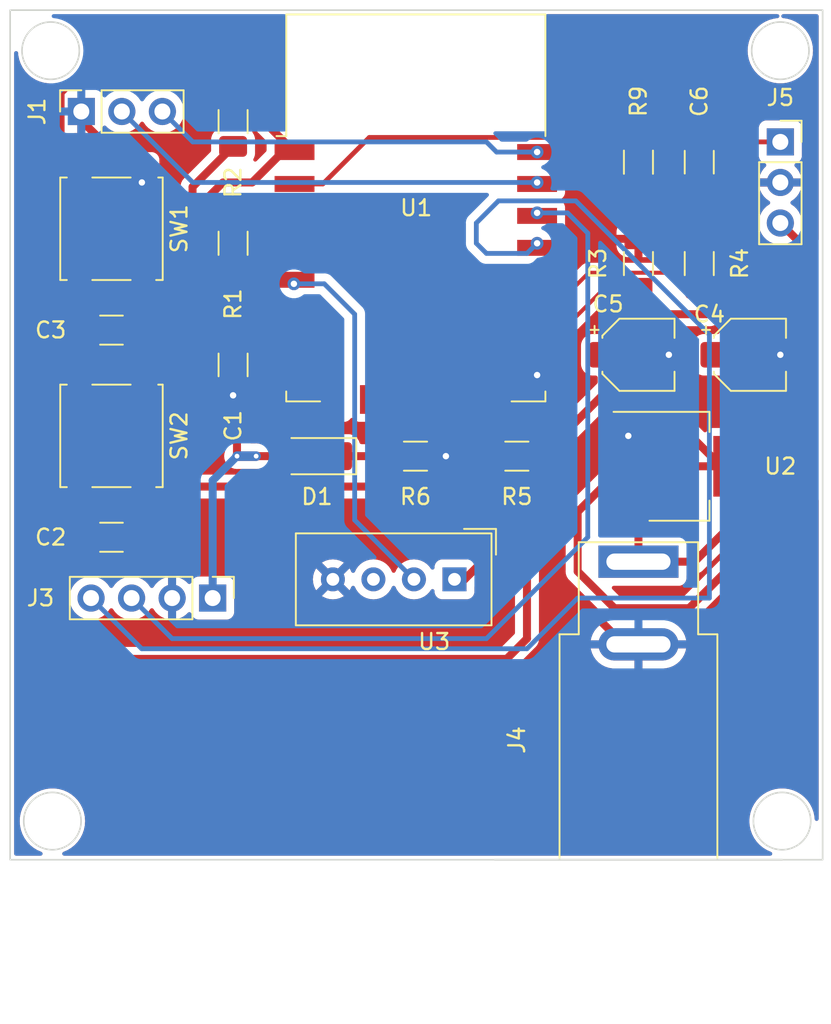
<source format=kicad_pcb>
(kicad_pcb (version 20221018) (generator pcbnew)
  (layers (0 "F.Cu" signal) (31 "B.Cu" signal) (34 "B.Paste" user) (35 "F.Paste" user) (36 "B.SilkS" user "B.Silkscreen") (37 "F.SilkS" user "F.Silkscreen") (38 "B.Mask" user) (39 "F.Mask" user) (44 "Edge.Cuts" user))
  (net 0 "")
  (net 1 "/VIN")
  (net 2 "GND")
  (net 3 "/FLASH")
  (net 4 "/RESET")
  (net 5 "VCC")
  (net 6 "/SOIL_SENSOR")
  (net 7 "/LED_GND")
  (net 8 "/LED")
  (net 9 "/RX")
  (net 10 "/TX")
  (net 11 "/EN_VIN")
  (net 12 "/FLASH_PIN_15")
  (net 13 "/FLASH_PIN_2")
  (net 14 "/SCL")
  (net 15 "/DHT11")
  (net 23 "/SDA")
  (footprint "Sensor:Aosong_DHT11_5.5x12.0_P2.54mm" (layer "F.Cu") (at 192.9425 67.4075 -90)
    (fp_text reference "U3" (at 3.9075 1.27 -180) (layer "F.SilkS"))
    (fp_text value "DHT11")
    (fp_line (start -3.16 -2.6) (end -3.16 -0.6) (stroke (width 0.12)) (layer "F.SilkS"))
    (fp_line (start -3.16 -2.6) (end -1.55 -2.6) (stroke (width 0.12)) (layer "F.SilkS"))
    (fp_line (start -2.88 9.94) (end -2.88 -2.31) (stroke (width 0.12)) (layer "F.SilkS"))
    (fp_line (start -2.87 -2.32) (end 2.87 -2.32) (stroke (width 0.12)) (layer "F.SilkS"))
    (fp_line (start 2.88 -2.32) (end 2.88 9.94) (stroke (width 0.12)) (layer "F.SilkS"))
    (fp_line (start 2.88 9.94) (end -2.88 9.94) (stroke (width 0.12)) (layer "F.SilkS"))
    (pad "1" thru_hole rect (at 0 0 270) (size 1.5 1.5) (drill 0.8) (layers "*.Cu" "*.Mask") (net 1 "/VIN"))
    (pad "2" thru_hole circle (at 0 2.54 270) (size 1.5 1.5) (drill 0.8) (layers "*.Cu" "*.Mask") (net 15 "/DHT11"))
    (pad "3" thru_hole circle (at 0 5.08 270) (size 1.5 1.5) (drill 0.8) (layers "*.Cu" "*.Mask"))
    (pad "4" thru_hole circle (at 0 7.62 270) (size 1.5 1.5) (drill 0.8) (layers "*.Cu" "*.Mask") (net 2 "GND"))
  )
  (footprint "Button_Switch_SMD:SW_Push_1P1T_NO_CK_KSC6xxJ" (layer "F.Cu") (at 171.45 58.42 90)
    (fp_text reference "SW2" (at 0 4.24 90) (layer "F.SilkS"))
    (fp_text value "Button")
    (fp_line (start -3.21 -3.21) (end -3.21 -2.8) (stroke (width 0.12)) (layer "F.SilkS"))
    (fp_line (start -3.21 -1.2) (end -3.21 1.2) (stroke (width 0.12)) (layer "F.SilkS"))
    (fp_line (start -3.21 2.8) (end -3.21 3.21) (stroke (width 0.12)) (layer "F.SilkS"))
    (fp_line (start -3.21 3.21) (end 3.21 3.21) (stroke (width 0.12)) (layer "F.SilkS"))
    (fp_line (start 3.21 -3.21) (end -3.21 -3.21) (stroke (width 0.12)) (layer "F.SilkS"))
    (fp_line (start 3.21 -2.8) (end 3.21 -3.21) (stroke (width 0.12)) (layer "F.SilkS"))
    (fp_line (start 3.21 1.2) (end 3.21 -1.2) (stroke (width 0.12)) (layer "F.SilkS"))
    (fp_line (start 3.21 3.21) (end 3.21 2.93) (stroke (width 0.12)) (layer "F.SilkS"))
    (pad "1" smd rect (at -2.9 -2 90) (size 2.8 1) (layers "F.Cu" "F.Paste" "F.Mask") (net 3 "/FLASH"))
    (pad "1" smd rect (at 2.9 -2 90) (size 2.8 1) (layers "F.Cu" "F.Paste" "F.Mask") (net 3 "/FLASH"))
    (pad "2" smd rect (at -2.9 2 90) (size 2.8 1) (layers "F.Cu" "F.Paste" "F.Mask") (net 2 "GND"))
    (pad "2" smd rect (at 2.9 2 90) (size 2.8 1) (layers "F.Cu" "F.Paste" "F.Mask") (net 2 "GND"))
  )
  (footprint "Resistor_SMD:R_1206_3216Metric_Pad1.30x1.75mm_HandSolder" (layer "F.Cu") (at 179.07 46.355 90)
    (fp_text reference "R1" (at -3.81 0 90) (layer "F.SilkS"))
    (fp_text value "10k")
    (fp_line (start -0.727064 -0.91) (end 0.727064 -0.91) (stroke (width 0.12)) (layer "F.SilkS"))
    (fp_line (start -0.727064 0.91) (end 0.727064 0.91) (stroke (width 0.12)) (layer "F.SilkS"))
    (pad "1" smd roundrect (at -1.55 0 90) (size 1.3 1.75) (layers "F.Cu" "F.Paste" "F.Mask") (roundrect_rratio 0.192308) (net 1 "/VIN"))
    (pad "2" smd roundrect (at 1.55 0 90) (size 1.3 1.75) (layers "F.Cu" "F.Paste" "F.Mask") (roundrect_rratio 0.192308) (net 11 "/EN_VIN"))
  )
  (footprint "Connector_PinSocket_2.54mm:PinSocket_1x03_P2.54mm_Vertical" (layer "F.Cu") (at 169.56 38.1 90)
    (fp_text reference "J1" (at 0 -2.77 90) (layer "F.SilkS"))
    (fp_text value "TO_FTDI")
    (fp_line (start -1.33 1.27) (end -1.33 6.41) (stroke (width 0.12)) (layer "F.SilkS"))
    (fp_line (start -1.33 1.27) (end 1.33 1.27) (stroke (width 0.12)) (layer "F.SilkS"))
    (fp_line (start -1.33 6.41) (end 1.33 6.41) (stroke (width 0.12)) (layer "F.SilkS"))
    (fp_line (start 0 -1.33) (end 1.33 -1.33) (stroke (width 0.12)) (layer "F.SilkS"))
    (fp_line (start 1.33 -1.33) (end 1.33 0) (stroke (width 0.12)) (layer "F.SilkS"))
    (fp_line (start 1.33 1.27) (end 1.33 6.41) (stroke (width 0.12)) (layer "F.SilkS"))
    (pad "1" thru_hole rect (at 0 0 90) (size 1.7 1.7) (drill 1) (layers "*.Cu" "*.Mask") (net 2 "GND"))
    (pad "2" thru_hole oval (at 0 2.54 90) (size 1.7 1.7) (drill 1) (layers "*.Cu" "*.Mask") (net 9 "/RX"))
    (pad "3" thru_hole oval (at 0 5.08 90) (size 1.7 1.7) (drill 1) (layers "*.Cu" "*.Mask") (net 10 "/TX"))
  )
  (footprint "Capacitor_SMD:CP_Elec_4x5.3" (layer "F.Cu") (at 204.47 53.34)
    (fp_text reference "C5" (at -1.905 -3.175) (layer "F.SilkS"))
    (fp_text value "10u")
    (fp_line (start -3 -1.56) (end -2.5 -1.56) (stroke (width 0.12)) (layer "F.SilkS"))
    (fp_line (start -2.75 -1.81) (end -2.75 -1.31) (stroke (width 0.12)) (layer "F.SilkS"))
    (fp_line (start -2.26 -1.195563) (end -2.26 -1.06) (stroke (width 0.12)) (layer "F.SilkS"))
    (fp_line (start -2.26 -1.195563) (end -1.195563 -2.26) (stroke (width 0.12)) (layer "F.SilkS"))
    (fp_line (start -2.26 1.195563) (end -2.26 1.06) (stroke (width 0.12)) (layer "F.SilkS"))
    (fp_line (start -2.26 1.195563) (end -1.195563 2.26) (stroke (width 0.12)) (layer "F.SilkS"))
    (fp_line (start -1.195563 -2.26) (end 2.26 -2.26) (stroke (width 0.12)) (layer "F.SilkS"))
    (fp_line (start -1.195563 2.26) (end 2.26 2.26) (stroke (width 0.12)) (layer "F.SilkS"))
    (fp_line (start 2.26 -2.26) (end 2.26 -1.06) (stroke (width 0.12)) (layer "F.SilkS"))
    (fp_line (start 2.26 2.26) (end 2.26 1.06) (stroke (width 0.12)) (layer "F.SilkS"))
    (pad "1" smd roundrect (at -1.8 0) (size 2.6 1.6) (layers "F.Cu" "F.Paste" "F.Mask") (roundrect_rratio 0.15625) (net 1 "/VIN"))
    (pad "2" smd roundrect (at 1.8 0) (size 2.6 1.6) (layers "F.Cu" "F.Paste" "F.Mask") (roundrect_rratio 0.15625) (net 2 "GND"))
  )
  (footprint "Connector_PinHeader_2.54mm:PinHeader_1x04_P2.54mm_Vertical" (layer "F.Cu") (at 177.79 68.58 -90)
    (fp_text reference "J3" (at 0 10.785 -180) (layer "F.SilkS"))
    (fp_text value "LIGHT_SEN")
    (fp_line (start -1.33 -1.33) (end 0 -1.33) (stroke (width 0.12)) (layer "F.SilkS"))
    (fp_line (start -1.33 0) (end -1.33 -1.33) (stroke (width 0.12)) (layer "F.SilkS"))
    (fp_line (start -1.33 1.27) (end -1.33 8.95) (stroke (width 0.12)) (layer "F.SilkS"))
    (fp_line (start -1.33 1.27) (end 1.33 1.27) (stroke (width 0.12)) (layer "F.SilkS"))
    (fp_line (start -1.33 8.95) (end 1.33 8.95) (stroke (width 0.12)) (layer "F.SilkS"))
    (fp_line (start 1.33 1.27) (end 1.33 8.95) (stroke (width 0.12)) (layer "F.SilkS"))
    (pad "1" thru_hole rect (at 0 0 270) (size 1.7 1.7) (drill 1) (layers "*.Cu" "*.Mask") (net 1 "/VIN"))
    (pad "2" thru_hole oval (at 0 2.54 270) (size 1.7 1.7) (drill 1) (layers "*.Cu" "*.Mask") (net 2 "GND"))
    (pad "3" thru_hole oval (at 0 5.08 270) (size 1.7 1.7) (drill 1) (layers "*.Cu" "*.Mask") (net 14 "/SCL"))
    (pad "4" thru_hole oval (at 0 7.62 270) (size 1.7 1.7) (drill 1) (layers "*.Cu" "*.Mask") (net 23 "/SDA"))
  )
  (footprint "Capacitor_SMD:C_1206_3216Metric_Pad1.33x1.80mm_HandSolder" (layer "F.Cu") (at 171.45 64.77 180)
    (fp_text reference "C2" (at 3.81 0) (layer "F.SilkS"))
    (fp_text value "1u")
    (fp_line (start -0.711252 -0.91) (end 0.711252 -0.91) (stroke (width 0.12)) (layer "F.SilkS"))
    (fp_line (start -0.711252 0.91) (end 0.711252 0.91) (stroke (width 0.12)) (layer "F.SilkS"))
    (pad "1" smd roundrect (at -1.5625 0 180) (size 1.325 1.8) (layers "F.Cu" "F.Paste" "F.Mask") (roundrect_rratio 0.188679) (net 2 "GND"))
    (pad "2" smd roundrect (at 1.5625 0 180) (size 1.325 1.8) (layers "F.Cu" "F.Paste" "F.Mask") (roundrect_rratio 0.188679) (net 3 "/FLASH"))
  )
  (footprint "Connector_PinSocket_2.54mm:PinSocket_1x03_P2.54mm_Vertical" (layer "F.Cu") (at 213.36 40.005)
    (fp_text reference "J5" (at 0 -2.77) (layer "F.SilkS"))
    (fp_text value "Conn_01x03_Socket")
    (fp_line (start -1.33 1.27) (end -1.33 6.41) (stroke (width 0.12)) (layer "F.SilkS"))
    (fp_line (start -1.33 1.27) (end 1.33 1.27) (stroke (width 0.12)) (layer "F.SilkS"))
    (fp_line (start -1.33 6.41) (end 1.33 6.41) (stroke (width 0.12)) (layer "F.SilkS"))
    (fp_line (start 0 -1.33) (end 1.33 -1.33) (stroke (width 0.12)) (layer "F.SilkS"))
    (fp_line (start 1.33 -1.33) (end 1.33 0) (stroke (width 0.12)) (layer "F.SilkS"))
    (fp_line (start 1.33 1.27) (end 1.33 6.41) (stroke (width 0.12)) (layer "F.SilkS"))
    (pad "1" thru_hole rect (at 0 0) (size 1.7 1.7) (drill 1) (layers "*.Cu" "*.Mask") (net 6 "/SOIL_SENSOR"))
    (pad "2" thru_hole oval (at 0 2.54) (size 1.7 1.7) (drill 1) (layers "*.Cu" "*.Mask") (net 2 "GND"))
    (pad "3" thru_hole oval (at 0 5.08) (size 1.7 1.7) (drill 1) (layers "*.Cu" "*.Mask") (net 1 "/VIN"))
  )
  (footprint "Capacitor_SMD:C_1206_3216Metric_Pad1.33x1.80mm_HandSolder" (layer "F.Cu") (at 208.28 41.275 90)
    (fp_text reference "C6" (at 3.81 0 90) (layer "F.SilkS"))
    (fp_text value "100nf")
    (fp_line (start -0.711252 -0.91) (end 0.711252 -0.91) (stroke (width 0.12)) (layer "F.SilkS"))
    (fp_line (start -0.711252 0.91) (end 0.711252 0.91) (stroke (width 0.12)) (layer "F.SilkS"))
    (pad "1" smd roundrect (at -1.5625 0 90) (size 1.325 1.8) (layers "F.Cu" "F.Paste" "F.Mask") (roundrect_rratio 0.188679) (net 2 "GND"))
    (pad "2" smd roundrect (at 1.5625 0 90) (size 1.325 1.8) (layers "F.Cu" "F.Paste" "F.Mask") (roundrect_rratio 0.188679) (net 6 "/SOIL_SENSOR"))
  )
  (footprint "Resistor_SMD:R_1206_3216Metric_Pad1.30x1.75mm_HandSolder" (layer "F.Cu") (at 204.47 41.275 90)
    (fp_text reference "R9" (at 3.81 0 90) (layer "F.SilkS"))
    (fp_text value "10k")
    (fp_line (start -0.727064 -0.91) (end 0.727064 -0.91) (stroke (width 0.12)) (layer "F.SilkS"))
    (fp_line (start -0.727064 0.91) (end 0.727064 0.91) (stroke (width 0.12)) (layer "F.SilkS"))
    (pad "1" smd roundrect (at -1.55 0 90) (size 1.3 1.75) (layers "F.Cu" "F.Paste" "F.Mask") (roundrect_rratio 0.192308) (net 5 "VCC"))
    (pad "2" smd roundrect (at 1.55 0 90) (size 1.3 1.75) (layers "F.Cu" "F.Paste" "F.Mask") (roundrect_rratio 0.192308) (net 6 "/SOIL_SENSOR"))
  )
  (footprint "Resistor_SMD:R_1206_3216Metric_Pad1.30x1.75mm_HandSolder" (layer "F.Cu") (at 204.47 47.625 90)
    (fp_text reference "R3" (at 0 -2.54 90) (layer "F.SilkS"))
    (fp_text value "10k")
    (fp_line (start -0.727064 -0.91) (end 0.727064 -0.91) (stroke (width 0.12)) (layer "F.SilkS"))
    (fp_line (start -0.727064 0.91) (end 0.727064 0.91) (stroke (width 0.12)) (layer "F.SilkS"))
    (pad "1" smd roundrect (at -1.55 0 90) (size 1.3 1.75) (layers "F.Cu" "F.Paste" "F.Mask") (roundrect_rratio 0.192308) (net 12 "/FLASH_PIN_15"))
    (pad "2" smd roundrect (at 1.55 0 90) (size 1.3 1.75) (layers "F.Cu" "F.Paste" "F.Mask") (roundrect_rratio 0.192308) (net 2 "GND"))
  )
  (footprint "Button_Switch_SMD:SW_Push_1P1T_NO_CK_KSC6xxJ" (layer "F.Cu") (at 171.45 45.445 90)
    (fp_text reference "SW1" (at 0 4.24 90) (layer "F.SilkS"))
    (fp_text value "Button")
    (fp_line (start -3.21 -3.21) (end -3.21 -2.8) (stroke (width 0.12)) (layer "F.SilkS"))
    (fp_line (start -3.21 -1.2) (end -3.21 1.2) (stroke (width 0.12)) (layer "F.SilkS"))
    (fp_line (start -3.21 2.8) (end -3.21 3.21) (stroke (width 0.12)) (layer "F.SilkS"))
    (fp_line (start -3.21 3.21) (end 3.21 3.21) (stroke (width 0.12)) (layer "F.SilkS"))
    (fp_line (start 3.21 -3.21) (end -3.21 -3.21) (stroke (width 0.12)) (layer "F.SilkS"))
    (fp_line (start 3.21 -2.8) (end 3.21 -3.21) (stroke (width 0.12)) (layer "F.SilkS"))
    (fp_line (start 3.21 1.2) (end 3.21 -1.2) (stroke (width 0.12)) (layer "F.SilkS"))
    (fp_line (start 3.21 3.21) (end 3.21 2.93) (stroke (width 0.12)) (layer "F.SilkS"))
    (pad "1" smd rect (at -2.9 -2 90) (size 2.8 1) (layers "F.Cu" "F.Paste" "F.Mask") (net 4 "/RESET"))
    (pad "1" smd rect (at 2.9 -2 90) (size 2.8 1) (layers "F.Cu" "F.Paste" "F.Mask") (net 4 "/RESET"))
    (pad "2" smd rect (at -2.9 2 90) (size 2.8 1) (layers "F.Cu" "F.Paste" "F.Mask") (net 2 "GND"))
    (pad "2" smd rect (at 2.9 2 90) (size 2.8 1) (layers "F.Cu" "F.Paste" "F.Mask") (net 2 "GND"))
  )
  (footprint "Capacitor_SMD:CP_Elec_4x5.3" (layer "F.Cu") (at 211.455 53.34)
    (fp_text reference "C4" (at -2.54 -2.54) (layer "F.SilkS"))
    (fp_text value "10u")
    (fp_line (start -3 -1.56) (end -2.5 -1.56) (stroke (width 0.12)) (layer "F.SilkS"))
    (fp_line (start -2.75 -1.81) (end -2.75 -1.31) (stroke (width 0.12)) (layer "F.SilkS"))
    (fp_line (start -2.26 -1.195563) (end -2.26 -1.06) (stroke (width 0.12)) (layer "F.SilkS"))
    (fp_line (start -2.26 -1.195563) (end -1.195563 -2.26) (stroke (width 0.12)) (layer "F.SilkS"))
    (fp_line (start -2.26 1.195563) (end -2.26 1.06) (stroke (width 0.12)) (layer "F.SilkS"))
    (fp_line (start -2.26 1.195563) (end -1.195563 2.26) (stroke (width 0.12)) (layer "F.SilkS"))
    (fp_line (start -1.195563 -2.26) (end 2.26 -2.26) (stroke (width 0.12)) (layer "F.SilkS"))
    (fp_line (start -1.195563 2.26) (end 2.26 2.26) (stroke (width 0.12)) (layer "F.SilkS"))
    (fp_line (start 2.26 -2.26) (end 2.26 -1.06) (stroke (width 0.12)) (layer "F.SilkS"))
    (fp_line (start 2.26 2.26) (end 2.26 1.06) (stroke (width 0.12)) (layer "F.SilkS"))
    (pad "1" smd roundrect (at -1.8 0) (size 2.6 1.6) (layers "F.Cu" "F.Paste" "F.Mask") (roundrect_rratio 0.15625) (net 5 "VCC"))
    (pad "2" smd roundrect (at 1.8 0) (size 2.6 1.6) (layers "F.Cu" "F.Paste" "F.Mask") (roundrect_rratio 0.15625) (net 2 "GND"))
  )
  (footprint "Capacitor_SMD:C_1206_3216Metric_Pad1.33x1.80mm_HandSolder" (layer "F.Cu") (at 179.07 53.975 -90)
    (fp_text reference "C1" (at 3.81 0 90) (layer "F.SilkS"))
    (fp_text value "100n")
    (fp_line (start -0.711252 -0.91) (end 0.711252 -0.91) (stroke (width 0.12)) (layer "F.SilkS"))
    (fp_line (start -0.711252 0.91) (end 0.711252 0.91) (stroke (width 0.12)) (layer "F.SilkS"))
    (pad "1" smd roundrect (at -1.5625 0 270) (size 1.325 1.8) (layers "F.Cu" "F.Paste" "F.Mask") (roundrect_rratio 0.188679) (net 1 "/VIN"))
    (pad "2" smd roundrect (at 1.5625 0 270) (size 1.325 1.8) (layers "F.Cu" "F.Paste" "F.Mask") (roundrect_rratio 0.188679) (net 2 "GND"))
  )
  (footprint "Resistor_SMD:R_1206_3216Metric_Pad1.30x1.75mm_HandSolder" (layer "F.Cu") (at 179.07 38.735 90)
    (fp_text reference "R2" (at -3.81 0 90) (layer "F.SilkS"))
    (fp_text value "10k")
    (fp_line (start -0.727064 -0.91) (end 0.727064 -0.91) (stroke (width 0.12)) (layer "F.SilkS"))
    (fp_line (start -0.727064 0.91) (end 0.727064 0.91) (stroke (width 0.12)) (layer "F.SilkS"))
    (pad "1" smd roundrect (at -1.55 0 90) (size 1.3 1.75) (layers "F.Cu" "F.Paste" "F.Mask") (roundrect_rratio 0.192308) (net 1 "/VIN"))
    (pad "2" smd roundrect (at 1.55 0 90) (size 1.3 1.75) (layers "F.Cu" "F.Paste" "F.Mask") (roundrect_rratio 0.192308) (net 4 "/RESET"))
  )
  (footprint "Resistor_SMD:R_1206_3216Metric_Pad1.30x1.75mm_HandSolder" (layer "F.Cu") (at 208.28 47.625 90)
    (fp_text reference "R4" (at 0 2.54 90) (layer "F.SilkS"))
    (fp_text value "10k")
    (fp_line (start -0.727064 -0.91) (end 0.727064 -0.91) (stroke (width 0.12)) (layer "F.SilkS"))
    (fp_line (start -0.727064 0.91) (end 0.727064 0.91) (stroke (width 0.12)) (layer "F.SilkS"))
    (pad "1" smd roundrect (at -1.55 0 90) (size 1.3 1.75) (layers "F.Cu" "F.Paste" "F.Mask") (roundrect_rratio 0.192308) (net 13 "/FLASH_PIN_2"))
    (pad "2" smd roundrect (at 1.55 0 90) (size 1.3 1.75) (layers "F.Cu" "F.Paste" "F.Mask") (roundrect_rratio 0.192308) (net 1 "/VIN"))
  )
  (footprint "Resistor_SMD:R_1206_3216Metric_Pad1.30x1.75mm_HandSolder" (layer "F.Cu") (at 190.5 59.69 180)
    (fp_text reference "R6" (at 0 -2.54) (layer "F.SilkS"))
    (fp_text value "1K")
    (fp_line (start -0.727064 -0.91) (end 0.727064 -0.91) (stroke (width 0.12)) (layer "F.SilkS"))
    (fp_line (start -0.727064 0.91) (end 0.727064 0.91) (stroke (width 0.12)) (layer "F.SilkS"))
    (pad "1" smd roundrect (at -1.55 0 180) (size 1.3 1.75) (layers "F.Cu" "F.Paste" "F.Mask") (roundrect_rratio 0.192308) (net 2 "GND"))
    (pad "2" smd roundrect (at 1.55 0 180) (size 1.3 1.75) (layers "F.Cu" "F.Paste" "F.Mask") (roundrect_rratio 0.192308) (net 7 "/LED_GND"))
  )
  (footprint "NetTie:NetTie-2_THT_Pad0.3mm" (layer "F.Cu") (at 179.315 59.69)
    (fp_text reference "NT1" hide)
    (fp_text value "NetTie_2" hide)
    (fp_poly (pts (xy 0 -0.3) (xy 1.2 -0.3) (xy 1.2 0.3) (xy 0 0.3)) (fill solid) (layer "F.Cu"))
    (fp_poly (pts (xy 0 -0.3) (xy 1.2 -0.3) (xy 1.2 0.3) (xy 0 0.3)) (fill solid) (layer "B.Cu"))
    (pad "1" thru_hole circle (at 0 0) (size 0.6 0.6) (drill 0.3) (layers "*.Cu") (net 1 "/VIN"))
    (pad "2" thru_hole circle (at 1.2 0) (size 0.6 0.6) (drill 0.3) (layers "*.Cu") (net 8 "/LED"))
  )
  (footprint "Capacitor_SMD:C_1206_3216Metric_Pad1.33x1.80mm_HandSolder" (layer "F.Cu") (at 171.45 51.795 180)
    (fp_text reference "C3" (at 3.81 0) (layer "F.SilkS"))
    (fp_text value "1u")
    (fp_line (start -0.711252 -0.91) (end 0.711252 -0.91) (stroke (width 0.12)) (layer "F.SilkS"))
    (fp_line (start -0.711252 0.91) (end 0.711252 0.91) (stroke (width 0.12)) (layer "F.SilkS"))
    (pad "1" smd roundrect (at -1.5625 0 180) (size 1.325 1.8) (layers "F.Cu" "F.Paste" "F.Mask") (roundrect_rratio 0.188679) (net 2 "GND"))
    (pad "2" smd roundrect (at 1.5625 0 180) (size 1.325 1.8) (layers "F.Cu" "F.Paste" "F.Mask") (roundrect_rratio 0.188679) (net 4 "/RESET"))
  )
  (footprint "RF_Module:ESP-12E" (layer "F.Cu") (at 190.52 44.14)
    (fp_text reference "U1" (at 0.02 0) (layer "F.SilkS"))
    (fp_text value "ESP-12E")
    (fp_line (start -8.12 -12.12) (end 8.12 -12.12) (stroke (width 0.12)) (layer "F.SilkS"))
    (fp_line (start -8.12 -4.5) (end -8.73 -4.5) (stroke (width 0.12)) (layer "F.SilkS"))
    (fp_line (start -8.12 -4.5) (end -8.12 -12.12) (stroke (width 0.12)) (layer "F.SilkS"))
    (fp_line (start -8.12 12.12) (end -8.12 11.5) (stroke (width 0.12)) (layer "F.SilkS"))
    (fp_line (start -6 12.12) (end -8.12 12.12) (stroke (width 0.12)) (layer "F.SilkS"))
    (fp_line (start 8.12 -12.12) (end 8.12 -4.5) (stroke (width 0.12)) (layer "F.SilkS"))
    (fp_line (start 8.12 11.5) (end 8.12 12.12) (stroke (width 0.12)) (layer "F.SilkS"))
    (fp_line (start 8.12 12.12) (end 6 12.12) (stroke (width 0.12)) (layer "F.SilkS"))
    (pad "1" smd rect (at -7.6 -3.5) (size 2.5 1) (layers "F.Cu" "F.Paste" "F.Mask") (net 4 "/RESET"))
    (pad "2" smd rect (at -7.6 -1.5) (size 2.5 1) (layers "F.Cu" "F.Paste" "F.Mask") (net 6 "/SOIL_SENSOR"))
    (pad "3" smd rect (at -7.6 0.5) (size 2.5 1) (layers "F.Cu" "F.Paste" "F.Mask") (net 11 "/EN_VIN"))
    (pad "4" smd rect (at -7.6 2.5) (size 2.5 1) (layers "F.Cu" "F.Paste" "F.Mask") (net 4 "/RESET"))
    (pad "5" smd rect (at -7.6 4.5) (size 2.5 1) (layers "F.Cu" "F.Paste" "F.Mask") (net 15 "/DHT11"))
    (pad "6" smd rect (at -7.6 6.5) (size 2.5 1) (layers "F.Cu" "F.Paste" "F.Mask"))
    (pad "7" smd rect (at -7.6 8.5) (size 2.5 1) (layers "F.Cu" "F.Paste" "F.Mask"))
    (pad "8" smd rect (at -7.6 10.5) (size 2.5 1) (layers "F.Cu" "F.Paste" "F.Mask") (net 1 "/VIN"))
    (pad "9" smd rect (at -5 12) (size 1 1.8) (layers "F.Cu" "F.Paste" "F.Mask"))
    (pad "10" smd rect (at -3 12) (size 1 1.8) (layers "F.Cu" "F.Paste" "F.Mask"))
    (pad "11" smd rect (at -1 12) (size 1 1.8) (layers "F.Cu" "F.Paste" "F.Mask"))
    (pad "12" smd rect (at 1 12) (size 1 1.8) (layers "F.Cu" "F.Paste" "F.Mask"))
    (pad "13" smd rect (at 3 12) (size 1 1.8) (layers "F.Cu" "F.Paste" "F.Mask"))
    (pad "14" smd rect (at 5 12) (size 1 1.8) (layers "F.Cu" "F.Paste" "F.Mask"))
    (pad "15" smd rect (at 7.6 10.5) (size 2.5 1) (layers "F.Cu" "F.Paste" "F.Mask") (net 2 "GND"))
    (pad "16" smd rect (at 7.6 8.5) (size 2.5 1) (layers "F.Cu" "F.Paste" "F.Mask") (net 12 "/FLASH_PIN_15"))
    (pad "17" smd rect (at 7.6 6.5) (size 2.5 1) (layers "F.Cu" "F.Paste" "F.Mask") (net 13 "/FLASH_PIN_2"))
    (pad "18" smd rect (at 7.6 4.5) (size 2.5 1) (layers "F.Cu" "F.Paste" "F.Mask") (net 3 "/FLASH"))
    (pad "19" smd rect (at 7.6 2.5) (size 2.5 1) (layers "F.Cu" "F.Paste" "F.Mask") (net 23 "/SDA"))
    (pad "20" smd rect (at 7.6 0.5) (size 2.5 1) (layers "F.Cu" "F.Paste" "F.Mask") (net 14 "/SCL"))
    (pad "21" smd rect (at 7.6 -1.5) (size 2.5 1) (layers "F.Cu" "F.Paste" "F.Mask") (net 9 "/RX"))
    (pad "22" smd rect (at 7.6 -3.5) (size 2.5 1) (layers "F.Cu" "F.Paste" "F.Mask") (net 10 "/TX"))
    (zone (net 0) (net_name "") (layers "*.Cu") (connect_pads (clearance 0)) (min_thickness 0.254)
      (keepout (tracks not_allowed) (vias not_allowed) (pads not_allowed) (copperpour not_allowed) (footprints not_allowed))
      (fill (thermal_gap 0.508) (thermal_bridge_width 0.508))
      (polygon (pts (xy 182.4 39.34) (xy 198.64 39.34) (xy 198.64 32.02) (xy 182.4 32.02)))
    )
  )
  (footprint "Package_TO_SOT_SMD:SOT-223-3_TabPin2" (layer "F.Cu") (at 207.01 60.325)
    (fp_text reference "U2" (at 6.35 0) (layer "F.SilkS"))
    (fp_text value "AMS1117-3.3")
    (fp_line (start -4.1 -3.41) (end 1.91 -3.41) (stroke (width 0.12)) (layer "F.SilkS"))
    (fp_line (start -1.85 3.41) (end 1.91 3.41) (stroke (width 0.12)) (layer "F.SilkS"))
    (fp_line (start 1.91 -3.41) (end 1.91 -2.15) (stroke (width 0.12)) (layer "F.SilkS"))
    (fp_line (start 1.91 3.41) (end 1.91 2.15) (stroke (width 0.12)) (layer "F.SilkS"))
    (pad "1" smd rect (at -3.15 -2.3) (size 2 1.5) (layers "F.Cu" "F.Paste" "F.Mask") (net 2 "GND"))
    (pad "2" smd rect (at -3.15 0) (size 2 1.5) (layers "F.Cu" "F.Paste" "F.Mask") (net 1 "/VIN"))
    (pad "2" smd rect (at 3.15 0) (size 2 3.8) (layers "F.Cu" "F.Paste" "F.Mask") (net 1 "/VIN"))
    (pad "3" smd rect (at -3.15 2.3) (size 2 1.5) (layers "F.Cu" "F.Paste" "F.Mask") (net 5 "VCC"))
  )
  (footprint "Connector_BarrelJack:BarrelJack_SwitchcraftConxall_RAPC10U_Horizontal" (layer "F.Cu") (at 204.47 66.3 90)
    (fp_text reference "J4" (at -11.17 -7.62 90) (layer "F.SilkS"))
    (fp_text value "Jack-DC")
    (fp_line (start -18.55 4.945) (end -4.55 4.945) (stroke (width 0.12)) (layer "F.SilkS"))
    (fp_line (start -4.55 -4.945) (end -18.55 -4.945) (stroke (width 0.12)) (layer "F.SilkS"))
    (fp_line (start -4.55 -3.74) (end -4.55 -4.945) (stroke (width 0.12)) (layer "F.SilkS"))
    (fp_line (start -4.55 3.74) (end 1.22 3.74) (stroke (width 0.12)) (layer "F.SilkS"))
    (fp_line (start -4.55 4.945) (end -4.55 3.74) (stroke (width 0.12)) (layer "F.SilkS"))
    (fp_line (start 1.22 -3.74) (end -4.55 -3.74) (stroke (width 0.12)) (layer "F.SilkS"))
    (fp_line (start 1.22 3.74) (end 1.22 -3.74) (stroke (width 0.12)) (layer "F.SilkS"))
    (fp_line (start -18.67 -9) (end -18.67 9) (stroke (width 0.12)) (layer "Edge.Cuts"))
    (pad "1" thru_hole rect (at 0 0 90) (size 2.02 5.02) (drill oval 1.02 4.02) (layers "*.Cu" "*.Mask") (net 5 "VCC"))
    (pad "2" thru_hole oval (at -5.18 0 90) (size 2.02 5.02) (drill oval 1.02 4.02) (layers "*.Cu" "*.Mask") (net 2 "GND"))
  )
  (footprint "Resistor_SMD:R_1206_3216Metric_Pad1.30x1.75mm_HandSolder" (layer "F.Cu") (at 196.85 59.69)
    (fp_text reference "R5" (at 0 2.54) (layer "F.SilkS"))
    (fp_text value "10k")
    (fp_line (start -0.727064 -0.91) (end 0.727064 -0.91) (stroke (width 0.12)) (layer "F.SilkS"))
    (fp_line (start -0.727064 0.91) (end 0.727064 0.91) (stroke (width 0.12)) (layer "F.SilkS"))
    (pad "1" smd roundrect (at -1.55 0) (size 1.3 1.75) (layers "F.Cu" "F.Paste" "F.Mask") (roundrect_rratio 0.192308) (net 3 "/FLASH"))
    (pad "2" smd roundrect (at 1.55 0) (size 1.3 1.75) (layers "F.Cu" "F.Paste" "F.Mask") (roundrect_rratio 0.192308) (net 1 "/VIN"))
  )
  (footprint "LED_SMD:LED_1206_3216Metric_Pad1.42x1.75mm_HandSolder" (layer "F.Cu") (at 184.325 59.69 180)
    (fp_text reference "D1" (at 0 -2.54) (layer "F.SilkS"))
    (fp_text value "LED")
    (fp_line (start -2.46 -1.135) (end -2.46 1.135) (stroke (width 0.12)) (layer "F.SilkS"))
    (fp_line (start -2.46 1.135) (end 1.6 1.135) (stroke (width 0.12)) (layer "F.SilkS"))
    (fp_line (start 1.6 -1.135) (end -2.46 -1.135) (stroke (width 0.12)) (layer "F.SilkS"))
    (pad "1" smd roundrect (at -1.4875 0 180) (size 1.425 1.75) (layers "F.Cu" "F.Paste" "F.Mask") (roundrect_rratio 0.175439) (net 7 "/LED_GND"))
    (pad "2" smd roundrect (at 1.4875 0 180) (size 1.425 1.75) (layers "F.Cu" "F.Paste" "F.Mask") (roundrect_rratio 0.175439) (net 8 "/LED"))
  )
  (gr_rect (start 165.1 31.75) (end 216.01 84.97) (stroke (width 0.1)) (fill none) (layer "Edge.Cuts"))
  (gr_circle (center 213.36 34.29) (end 214.63 35.56) (stroke (width 0.1)) (fill none) (layer "Edge.Cuts"))
  (gr_circle (center 167.64 34.29) (end 168.91 35.56) (stroke (width 0.1)) (fill none) (layer "Edge.Cuts"))
  (gr_circle (center 213.468949 82.55) (end 214.738949 83.82) (stroke (width 0.1)) (fill none) (layer "Edge.Cuts"))
  (gr_circle (center 167.748949 82.55) (end 169.018949 83.82) (stroke (width 0.1)) (fill none) (layer "Edge.Cuts"))
  (segment (start 202.67 53.34) (end 202.67 55.42) (width 0.5) (layer "F.Cu") (net 1))
  (segment (start 179.07 52.4125) (end 179.07 47.905) (width 0.5) (layer "F.Cu") (net 1))
  (segment (start 167.005 53.34) (end 175.895 53.34) (width 0.5) (layer "F.Cu") (net 1))
  (segment (start 197.485 63.5) (end 197.485 71.12) (width 0.5) (layer "F.Cu") (net 1))
  (segment (start 203.51 60.325) (end 200.66 63.175) (width 0.5) (layer "F.Cu") (net 1))
  (segment (start 179.07 52.4125) (end 181.2975 54.64) (width 0.5) (layer "F.Cu") (net 1))
  (segment (start 202.67 53.34) (end 209.655 60.325) (width 0.5) (layer "F.Cu") (net 1))
  (segment (start 179.07 40.285) (end 176.53 42.825) (width 0.5) (layer "F.Cu") (net 1))
  (segment (start 176.53 46.355) (end 178.08 47.905) (width 0.5) (layer "F.Cu") (net 1))
  (segment (start 197.485 60.605) (end 197.485 63.5) (width 0.5) (layer "F.Cu") (net 1))
  (segment (start 207.645 69.215) (end 215.265 61.595) (width 0.5) (layer "F.Cu") (net 1))
  (segment (start 197.485 71.12) (end 196.215 72.39) (width 0.5) (layer "F.Cu") (net 1))
  (segment (start 202.965 69.215) (end 207.645 69.215) (width 0.5) (layer "F.Cu") (net 1))
  (segment (start 209.655 60.325) (end 210.16 60.325) (width 0.5) (layer "F.Cu") (net 1))
  (segment (start 193.5775 67.4075) (end 192.9425 67.4075) (width 0.5) (layer "F.Cu") (net 1))
  (segment (start 202.67 55.42) (end 198.4 59.69) (width 0.5) (layer "F.Cu") (net 1))
  (segment (start 200.66 66.91) (end 202.965 69.215) (width 0.5) (layer "F.Cu") (net 1))
  (segment (start 167.64 72.39) (end 166.37 71.12) (width 0.5) (layer "F.Cu") (net 1))
  (segment (start 178.08 47.905) (end 179.07 47.905) (width 0.5) (layer "F.Cu") (net 1))
  (segment (start 166.37 71.12) (end 166.37 53.975) (width 0.5) (layer "F.Cu") (net 1))
  (segment (start 202.67 53.34) (end 205.21 50.8) (width 0.5) (layer "F.Cu") (net 1))
  (segment (start 196.215 72.39) (end 167.64 72.39) (width 0.5) (layer "F.Cu") (net 1))
  (segment (start 166.37 53.975) (end 167.005 53.34) (width 0.5) (layer "F.Cu") (net 1))
  (segment (start 176.8225 52.4125) (end 179.07 52.4125) (width 0.5) (layer "F.Cu") (net 1))
  (segment (start 198.4 59.69) (end 197.485 60.605) (width 0.5) (layer "F.Cu") (net 1))
  (segment (start 175.895 53.34) (end 176.8225 52.4125) (width 0.5) (layer "F.Cu") (net 1))
  (segment (start 209.605 50.11) (end 209.605 47.4) (width 0.5) (layer "F.Cu") (net 1))
  (segment (start 208.915 50.8) (end 209.605 50.11) (width 0.5) (layer "F.Cu") (net 1))
  (segment (start 181.2975 54.64) (end 182.92 54.64) (width 0.5) (layer "F.Cu") (net 1))
  (segment (start 203.86 60.325) (end 203.51 60.325) (width 0.5) (layer "F.Cu") (net 1))
  (segment (start 200.66 63.175) (end 200.66 66.91) (width 0.5) (layer "F.Cu") (net 1))
  (segment (start 215.265 61.595) (end 215.265 46.99) (width 0.5) (layer "F.Cu") (net 1))
  (segment (start 205.21 50.8) (end 208.915 50.8) (width 0.5) (layer "F.Cu") (net 1))
  (segment (start 209.605 47.4) (end 208.28 46.075) (width 0.5) (layer "F.Cu") (net 1))
  (segment (start 197.485 63.5) (end 193.5775 67.4075) (width 0.5) (layer "F.Cu") (net 1))
  (segment (start 179.315 59.69) (end 179.315 58.245) (width 0.5) (layer "F.Cu") (net 1))
  (segment (start 176.53 42.825) (end 176.53 46.355) (width 0.5) (layer "F.Cu") (net 1))
  (segment (start 179.315 58.245) (end 182.92 54.64) (width 0.5) (layer "F.Cu") (net 1))
  (segment (start 203.86 60.325) (end 210.16 60.325) (width 0.5) (layer "F.Cu") (net 1))
  (segment (start 215.265 46.99) (end 213.36 45.085) (width 0.5) (layer "F.Cu") (net 1))
  (segment (start 177.79 61.215) (end 179.315 59.69) (width 0.5) (layer "B.Cu") (net 1))
  (segment (start 177.79 68.58) (end 177.79 61.215) (width 0.5) (layer "B.Cu") (net 1))
  (segment (start 208.28 42.8375) (end 208.5725 42.545) (width 0.5) (layer "F.Cu") (net 2))
  (segment (start 198.755 62.88) (end 203.61 58.025) (width 0.5) (layer "F.Cu") (net 2))
  (segment (start 203.56 71.48) (end 198.755 66.675) (width 0.5) (layer "F.Cu") (net 2))
  (segment (start 208.5725 42.545) (end 213.36 42.545) (width 0.5) (layer "F.Cu") (net 2))
  (segment (start 198.755 66.675) (end 198.755 62.88) (width 0.5) (layer "F.Cu") (net 2))
  (segment (start 203.61 58.025) (end 203.835 58.42) (width 0.5) (layer "F.Cu") (net 2))
  (segment (start 173.45 48.345) (end 173.45 42.545) (width 0.5) (layer "F.Cu") (net 2))
  (segment (start 173.0125 48.7825) (end 173.45 48.345) (width 0.5) (layer "F.Cu") (net 2))
  (segment (start 204.47 71.48) (end 203.56 71.48) (width 0.5) (layer "F.Cu") (net 2))
  (segment (start 169.56 38.655) (end 173.45 42.545) (width 0.5) (layer "F.Cu") (net 2))
  (segment (start 203.835 58.42) (end 203.86 58.025) (width 0.5) (layer "F.Cu") (net 2))
  (segment (start 169.56 38.1) (end 169.56 38.655) (width 0.5) (layer "F.Cu") (net 2))
  (segment (start 173.0125 51.795) (end 173.0125 48.7825) (width 0.5) (layer "F.Cu") (net 2))
  (via (at 192.405 59.69) (size 0.8) (drill 0.4) (layers "F.Cu" "B.Cu") (net 2))
  (via (at 173.355 42.545) (size 0.8) (drill 0.4) (layers "F.Cu" "B.Cu") (net 2))
  (via (at 203.835 58.42) (size 0.8) (drill 0.4) (layers "F.Cu" "B.Cu") (net 2))
  (via (at 206.375 53.34) (size 0.8) (drill 0.4) (layers "F.Cu" "B.Cu") (net 2))
  (via (at 179.07 55.88) (size 0.8) (drill 0.4) (layers "F.Cu" "B.Cu") (net 2))
  (via (at 213.36 53.34) (size 0.8) (drill 0.4) (layers "F.Cu" "B.Cu") (net 2))
  (via (at 198.12 54.61) (size 0.8) (drill 0.4) (layers "F.Cu" "B.Cu") (net 2))
  (segment (start 206.375 55.88) (end 206.375 53.34) (width 0.5) (layer "B.Cu") (net 2))
  (segment (start 203.835 58.42) (end 206.375 55.88) (width 0.5) (layer "B.Cu") (net 2))
  (segment (start 195.3 59.69) (end 194.57 58.96) (width 0.5) (layer "F.Cu") (net 3))
  (segment (start 194.57 51.44) (end 197.37 48.64) (width 0.5) (layer "F.Cu") (net 3))
  (segment (start 176.525 61.595) (end 193.395 61.595) (width 0.5) (layer "F.Cu") (net 3))
  (segment (start 197.37 48.64) (end 198.12 48.64) (width 0.5) (layer "F.Cu") (net 3))
  (segment (start 194.57 58.96) (end 194.57 51.44) (width 0.5) (layer "F.Cu") (net 3))
  (segment (start 170.45 55.52) (end 176.525 61.595) (width 0.5) (layer "F.Cu") (net 3))
  (segment (start 193.395 61.595) (end 195.3 59.69) (width 0.5) (layer "F.Cu") (net 3))
  (segment (start 169.45 55.52) (end 170.45 55.52) (width 0.5) (layer "F.Cu") (net 3))
  (segment (start 169.45 55.52) (end 169.45 61.32) (width 0.5) (layer "F.Cu") (net 3))
  (segment (start 169.8875 61.7575) (end 169.45 61.32) (width 0.5) (layer "F.Cu") (net 3))
  (segment (start 169.8875 64.77) (end 169.8875 61.7575) (width 0.5) (layer "F.Cu") (net 3))
  (segment (start 168.26 41.355) (end 168.26 36.919626) (width 0.5) (layer "F.Cu") (net 4))
  (segment (start 180.265 42.545) (end 178.435 42.545) (width 0.5) (layer "F.Cu") (net 4))
  (segment (start 177.23 43.75) (end 177.23 45.72) (width 0.5) (layer "F.Cu") (net 4))
  (segment (start 182.17 40.64) (end 180.265 42.545) (width 0.5) (layer "F.Cu") (net 4))
  (segment (start 182.92 40.64) (end 182.17 40.64) (width 0.5) (layer "F.Cu") (net 4))
  (segment (start 169.8875 51.795) (end 169.8875 48.7825) (width 0.5) (layer "F.Cu") (net 4))
  (segment (start 178.08 36.195) (end 179.07 37.185) (width 0.5) (layer "F.Cu") (net 4))
  (segment (start 169.45 42.545) (end 168.26 41.355) (width 0.5) (layer "F.Cu") (net 4))
  (segment (start 169.8875 48.7825) (end 169.45 48.345) (width 0.5) (layer "F.Cu") (net 4))
  (segment (start 178.15 46.64) (end 182.92 46.64) (width 0.5) (layer "F.Cu") (net 4))
  (segment (start 178.435 42.545) (end 177.23 43.75) (width 0.5) (layer "F.Cu") (net 4))
  (segment (start 169.45 48.345) (end 169.45 42.545) (width 0.5) (layer "F.Cu") (net 4))
  (segment (start 179.07 37.185) (end 179.465 37.185) (width 0.5) (layer "F.Cu") (net 4))
  (segment (start 168.984626 36.195) (end 178.08 36.195) (width 0.5) (layer "F.Cu") (net 4))
  (segment (start 168.26 36.919626) (end 168.984626 36.195) (width 0.5) (layer "F.Cu") (net 4))
  (segment (start 179.465 37.185) (end 182.92 40.64) (width 0.5) (layer "F.Cu") (net 4))
  (segment (start 177.23 45.72) (end 178.15 46.64) (width 0.5) (layer "F.Cu") (net 4))
  (segment (start 210.29 54.08) (end 210.29 53.34) (width 0.5) (layer "F.Cu") (net 5))
  (segment (start 205.105 44.45) (end 204.47 43.815) (width 0.5) (layer "F.Cu") (net 5))
  (segment (start 210.305 51.315) (end 210.82 50.8) (width 0.5) (layer "F.Cu") (net 5))
  (segment (start 204.47 66.3) (end 204.47 63.235) (width 0.5) (layer "F.Cu") (net 5))
  (segment (start 210.82 50.8) (end 210.82 45.085) (width 0.5) (layer "F.Cu") (net 5))
  (segment (start 204.47 66.3) (end 207.985 66.3) (width 0.5) (layer "F.Cu") (net 5))
  (segment (start 207.985 66.3) (end 212.725 61.56) (width 0.5) (layer "F.Cu") (net 5))
  (segment (start 210.29 53.34) (end 210.305 53.325) (width 0.5) (layer "F.Cu") (net 5))
  (segment (start 210.185 44.45) (end 205.105 44.45) (width 0.5) (layer "F.Cu") (net 5))
  (segment (start 204.47 43.815) (end 204.47 42.825) (width 0.5) (layer "F.Cu") (net 5))
  (segment (start 212.725 61.56) (end 212.725 56.515) (width 0.5) (layer "F.Cu") (net 5))
  (segment (start 210.305 53.325) (end 210.305 51.315) (width 0.5) (layer "F.Cu") (net 5))
  (segment (start 204.47 63.235) (end 203.86 62.625) (width 0.5) (layer "F.Cu") (net 5))
  (segment (start 212.725 56.515) (end 210.29 54.08) (width 0.5) (layer "F.Cu") (net 5))
  (segment (start 210.82 45.085) (end 210.185 44.45) (width 0.5) (layer "F.Cu") (net 5))
  (segment (start 208.5725 40.005) (end 208.28 39.7125) (width 0.3) (layer "F.Cu") (net 6))
  (segment (start 204.4825 39.7125) (end 204.47 39.725) (width 0.3) (layer "F.Cu") (net 6))
  (segment (start 213.36 40.005) (end 208.5725 40.005) (width 0.3) (layer "F.Cu") (net 6))
  (segment (start 187.605 39.725) (end 184.69 42.64) (width 0.3) (layer "F.Cu") (net 6))
  (segment (start 184.69 42.64) (end 182.92 42.64) (width 0.3) (layer "F.Cu") (net 6))
  (segment (start 208.28 39.7125) (end 204.4825 39.7125) (width 0.3) (layer "F.Cu") (net 6))
  (segment (start 204.47 39.725) (end 187.605 39.725) (width 0.3) (layer "F.Cu") (net 6))
  (segment (start 188.95 59.69) (end 185.8125 59.69) (width 0.5) (layer "F.Cu") (net 7))
  (segment (start 180.515 59.69) (end 182.8375 59.69) (width 0.5) (layer "F.Cu") (net 8))
  (via (at 198.12 42.545) (size 0.8) (drill 0.4) (layers "F.Cu" "B.Cu") (net 9))
  (segment (start 172.1 38.1) (end 176.545 42.545) (width 0.3) (layer "B.Cu") (net 9))
  (segment (start 176.545 42.545) (end 198.12 42.545) (width 0.3) (layer "B.Cu") (net 9))
  (via (at 198.12 40.64) (size 0.8) (drill 0.4) (layers "F.Cu" "B.Cu") (net 10))
  (segment (start 195.58 40.64) (end 198.12 40.64) (width 0.3) (layer "B.Cu") (net 10))
  (segment (start 174.64 38.1) (end 176.545 40.005) (width 0.3) (layer "B.Cu") (net 10))
  (segment (start 194.945 40.005) (end 195.58 40.64) (width 0.3) (layer "B.Cu") (net 10))
  (segment (start 176.545 40.005) (end 194.945 40.005) (width 0.3) (layer "B.Cu") (net 10))
  (segment (start 179.07 44.805) (end 182.755 44.805) (width 0.5) (layer "F.Cu") (net 11))
  (segment (start 182.755 44.805) (end 182.92 44.64) (width 0.5) (layer "F.Cu") (net 11))
  (segment (start 202.335 49.175) (end 204.47 49.175) (width 0.25) (layer "F.Cu") (net 12))
  (segment (start 198.12 52.64) (end 198.87 52.64) (width 0.25) (layer "F.Cu") (net 12))
  (segment (start 198.87 52.64) (end 202.335 49.175) (width 0.25) (layer "F.Cu") (net 12))
  (segment (start 198.915 50.64) (end 198.12 50.64) (width 0.25) (layer "F.Cu") (net 13))
  (segment (start 201.355 48.2) (end 198.915 50.64) (width 0.25) (layer "F.Cu") (net 13))
  (segment (start 207.305 48.2) (end 201.355 48.2) (width 0.25) (layer "F.Cu") (net 13))
  (segment (start 208.28 49.175) (end 207.305 48.2) (width 0.25) (layer "F.Cu") (net 13))
  (via (at 198.12 44.45) (size 0.8) (drill 0.4) (layers "F.Cu" "B.Cu") (net 14))
  (segment (start 175.25 71.12) (end 194.945 71.12) (width 0.3) (layer "B.Cu") (net 14))
  (segment (start 201.295 64.77) (end 201.295 45.72) (width 0.3) (layer "B.Cu") (net 14))
  (segment (start 194.945 71.12) (end 201.295 64.77) (width 0.3) (layer "B.Cu") (net 14))
  (segment (start 172.71 68.58) (end 175.25 71.12) (width 0.3) (layer "B.Cu") (net 14))
  (segment (start 200.025 44.45) (end 198.12 44.45) (width 0.3) (layer "B.Cu") (net 14))
  (segment (start 201.295 45.72) (end 200.025 44.45) (width 0.3) (layer "B.Cu") (net 14))
  (via (at 182.88 48.895) (size 0.8) (drill 0.4) (layers "F.Cu" "B.Cu") (net 15))
  (segment (start 190.4025 67.4075) (end 186.69 63.695) (width 0.3) (layer "B.Cu") (net 15))
  (segment (start 186.69 50.8) (end 184.785 48.895) (width 0.3) (layer "B.Cu") (net 15))
  (segment (start 184.785 48.895) (end 182.88 48.895) (width 0.3) (layer "B.Cu") (net 15))
  (segment (start 186.69 63.695) (end 186.69 50.8) (width 0.3) (layer "B.Cu") (net 15))
  (via (at 198.12 46.355) (size 0.8) (drill 0.4) (layers "F.Cu" "B.Cu") (net 23))
  (segment (start 194.31 46.355) (end 194.945 46.99) (width 0.3) (layer "B.Cu") (net 23))
  (segment (start 170.17 68.58) (end 173.345 71.755) (width 0.3) (layer "B.Cu") (net 23))
  (segment (start 195.695 43.7) (end 194.31 45.085) (width 0.3) (layer "B.Cu") (net 23))
  (segment (start 194.31 45.085) (end 194.31 46.355) (width 0.3) (layer "B.Cu") (net 23))
  (segment (start 200.545 43.7) (end 195.695 43.7) (width 0.3) (layer "B.Cu") (net 23))
  (segment (start 194.945 46.99) (end 197.485 46.99) (width 0.3) (layer "B.Cu") (net 23))
  (segment (start 173.345 71.755) (end 197.485 71.755) (width 0.3) (layer "B.Cu") (net 23))
  (segment (start 200.66 68.58) (end 208.915 68.58) (width 0.3) (layer "B.Cu") (net 23))
  (segment (start 208.915 68.58) (end 208.915 52.07) (width 0.3) (layer "B.Cu") (net 23))
  (segment (start 208.915 52.07) (end 200.545 43.7) (width 0.3) (layer "B.Cu") (net 23))
  (segment (start 197.485 46.99) (end 198.12 46.355) (width 0.3) (layer "B.Cu") (net 23))
  (segment (start 197.485 71.755) (end 200.66 68.58) (width 0.3) (layer "B.Cu") (net 23))
  (zone (net 2) (net_name "GND") (layers "F&B.Cu") (connect_pads (clearance 0.5)) (min_thickness 0.25) (fill yes (thermal_gap 0.5) (thermal_bridge_width 0.5))
    (polygon (pts (xy 164.465 31.115) (xy 164.465 85.725) (xy 216.535 85.725) (xy 216.535 31.115)))
  )
)
</source>
